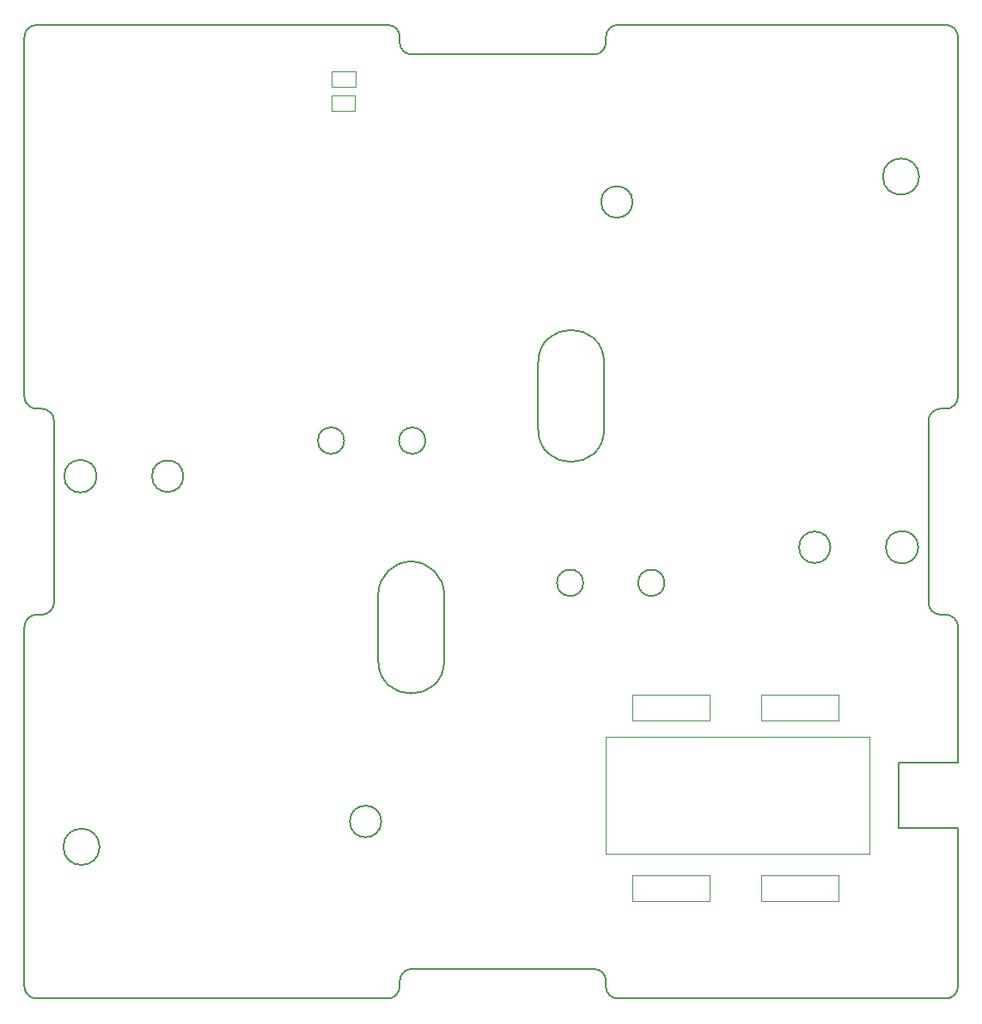
<source format=gbr>
%TF.GenerationSoftware,KiCad,Pcbnew,8.0.8+dfsg-1*%
%TF.CreationDate,2025-07-13T00:35:59+05:30*%
%TF.ProjectId,sanket,73616e6b-6574-42e6-9b69-6361645f7063,4.1*%
%TF.SameCoordinates,Original*%
%TF.FileFunction,Profile,NP*%
%FSLAX46Y46*%
G04 Gerber Fmt 4.6, Leading zero omitted, Abs format (unit mm)*
G04 Created by KiCad (PCBNEW 8.0.8+dfsg-1) date 2025-07-13 00:35:59*
%MOMM*%
%LPD*%
G01*
G04 APERTURE LIST*
%TA.AperFunction,Profile*%
%ADD10C,0.200000*%
%TD*%
%TA.AperFunction,Profile*%
%ADD11C,0.050000*%
%TD*%
G04 APERTURE END LIST*
D10*
X188301100Y-128339600D02*
X188301100Y-143978600D01*
X182470100Y-128339600D02*
X182470100Y-121973600D01*
X188301100Y-128339600D02*
X182470100Y-128339600D01*
X182470100Y-121973600D02*
X188301100Y-121973600D01*
X154806100Y-145178600D02*
G75*
G02*
X153606100Y-143978600I0J1200000D01*
G01*
X96301100Y-108568600D02*
G75*
G02*
X97501100Y-107368600I1200000J0D01*
G01*
D11*
X126615500Y-53841400D02*
X128952300Y-53841400D01*
X128952300Y-55365400D01*
X126615500Y-55365400D01*
X126615500Y-53841400D01*
D10*
X99221100Y-106168600D02*
X99221100Y-88298600D01*
X137670300Y-111886200D02*
G75*
G02*
X131170300Y-111886229I-3250000J0D01*
G01*
X97501100Y-49288600D02*
X132086100Y-49288600D01*
X187101100Y-107368600D02*
G75*
G02*
X188301100Y-108568600I0J-1200000D01*
G01*
X185381100Y-88298600D02*
G75*
G02*
X186581100Y-87098600I1200000J0D01*
G01*
X188301100Y-108568600D02*
X188301100Y-121973600D01*
X97501100Y-145178600D02*
G75*
G02*
X96301100Y-143978600I0J1200000D01*
G01*
X99221100Y-106168600D02*
G75*
G02*
X98021100Y-107368600I-1200000J0D01*
G01*
X134486100Y-52218600D02*
X152406100Y-52218600D01*
X188301100Y-143978600D02*
G75*
G02*
X187101100Y-145178600I-1200000J0D01*
G01*
X131170300Y-105386230D02*
X131170300Y-111886229D01*
X175731100Y-100733600D02*
G75*
G02*
X172631100Y-100733600I-1550000J0D01*
G01*
X172631100Y-100733600D02*
G75*
G02*
X175731100Y-100733600I1550000J0D01*
G01*
X159381100Y-104233600D02*
G75*
G02*
X156781100Y-104233600I-1300000J0D01*
G01*
X156781100Y-104233600D02*
G75*
G02*
X159381100Y-104233600I1300000J0D01*
G01*
X188301100Y-85898600D02*
G75*
G02*
X187101100Y-87098600I-1200000J0D01*
G01*
D11*
X168881100Y-115258600D02*
X176501100Y-115258600D01*
X176501100Y-117798600D01*
X168881100Y-117798600D01*
X168881100Y-115258600D01*
D10*
X133286100Y-143978600D02*
G75*
G02*
X132086100Y-145178600I-1200000J0D01*
G01*
X187101100Y-145178600D02*
X154806100Y-145178600D01*
X151381100Y-104233600D02*
G75*
G02*
X148781100Y-104233600I-1300000J0D01*
G01*
X148781100Y-104233600D02*
G75*
G02*
X151381100Y-104233600I1300000J0D01*
G01*
X98021100Y-87098600D02*
X97501100Y-87098600D01*
X153606100Y-143978600D02*
X153606100Y-143448600D01*
X153431100Y-89083600D02*
G75*
G02*
X146931100Y-89083600I-3250000J0D01*
G01*
X103705300Y-130233600D02*
G75*
G02*
X100135300Y-130233600I-1785000J0D01*
G01*
X100135300Y-130233600D02*
G75*
G02*
X103705300Y-130233600I1785000J0D01*
G01*
X153606100Y-51018600D02*
X153606100Y-50488600D01*
X156231100Y-66733600D02*
G75*
G02*
X153131100Y-66733600I-1550000J0D01*
G01*
X153131100Y-66733600D02*
G75*
G02*
X156231100Y-66733600I1550000J0D01*
G01*
X185381100Y-88298600D02*
X185381100Y-106168600D01*
X153431100Y-89083600D02*
X153431100Y-82583600D01*
D11*
X153551100Y-119398600D02*
X179551100Y-119398600D01*
X179551100Y-130898600D01*
X153551100Y-130898600D01*
X153551100Y-119398600D01*
D10*
X152406100Y-142248600D02*
X134486100Y-142248600D01*
X133286100Y-143448600D02*
G75*
G02*
X134486100Y-142248600I1200000J0D01*
G01*
X132086100Y-49288600D02*
G75*
G02*
X133286100Y-50488600I0J-1200000D01*
G01*
X103420300Y-93733600D02*
G75*
G02*
X100220300Y-93733600I-1600000J0D01*
G01*
X100220300Y-93733600D02*
G75*
G02*
X103420300Y-93733600I1600000J0D01*
G01*
X152406100Y-142248600D02*
G75*
G02*
X153606100Y-143448600I0J-1200000D01*
G01*
D11*
X156181100Y-133038600D02*
X163801100Y-133038600D01*
X163801100Y-135578600D01*
X156181100Y-135578600D01*
X156181100Y-133038600D01*
D10*
X184466100Y-64233600D02*
G75*
G02*
X180896100Y-64233600I-1785000J0D01*
G01*
X180896100Y-64233600D02*
G75*
G02*
X184466100Y-64233600I1785000J0D01*
G01*
X187101100Y-87098600D02*
X186581100Y-87098600D01*
X97501100Y-87098600D02*
G75*
G02*
X96301100Y-85898600I0J1200000D01*
G01*
X133286100Y-143448600D02*
X133286100Y-143978600D01*
X153606100Y-51018600D02*
G75*
G02*
X152406100Y-52218600I-1200000J0D01*
G01*
X111970300Y-93733600D02*
G75*
G02*
X108870300Y-93733600I-1550000J0D01*
G01*
X108870300Y-93733600D02*
G75*
G02*
X111970300Y-93733600I1550000J0D01*
G01*
X135820300Y-90233600D02*
G75*
G02*
X133220300Y-90233600I-1300000J0D01*
G01*
X133220300Y-90233600D02*
G75*
G02*
X135820300Y-90233600I1300000J0D01*
G01*
X137670300Y-111886200D02*
X137670300Y-105386230D01*
X146931100Y-82583600D02*
G75*
G02*
X153431100Y-82583600I3250000J0D01*
G01*
X127820300Y-90233600D02*
G75*
G02*
X125220300Y-90233600I-1300000J0D01*
G01*
X125220300Y-90233600D02*
G75*
G02*
X127820300Y-90233600I1300000J0D01*
G01*
X186581100Y-107368600D02*
X187101100Y-107368600D01*
X146931100Y-82583600D02*
X146931100Y-89083600D01*
X131170300Y-105386230D02*
G75*
G02*
X137670300Y-105386230I3250000J1D01*
G01*
X188301100Y-50488600D02*
X188301100Y-85898600D01*
D11*
X126564700Y-56279800D02*
X128901500Y-56279800D01*
X128901500Y-57803800D01*
X126564700Y-57803800D01*
X126564700Y-56279800D01*
D10*
X98021100Y-87098600D02*
G75*
G02*
X99221100Y-88298600I0J-1200000D01*
G01*
X153606100Y-50488600D02*
G75*
G02*
X154806100Y-49288600I1200000J0D01*
G01*
X184381100Y-100733600D02*
G75*
G02*
X181181100Y-100733600I-1600000J0D01*
G01*
X181181100Y-100733600D02*
G75*
G02*
X184381100Y-100733600I1600000J0D01*
G01*
X134486100Y-52218600D02*
G75*
G02*
X133286100Y-51018600I0J1200000D01*
G01*
X131470300Y-127733600D02*
G75*
G02*
X128370300Y-127733600I-1550000J0D01*
G01*
X128370300Y-127733600D02*
G75*
G02*
X131470300Y-127733600I1550000J0D01*
G01*
X96301100Y-143978600D02*
X96301100Y-108568600D01*
X187101100Y-49288600D02*
G75*
G02*
X188301100Y-50488600I0J-1200000D01*
G01*
D11*
X168881100Y-133038600D02*
X176501100Y-133038600D01*
X176501100Y-135578600D01*
X168881100Y-135578600D01*
X168881100Y-133038600D01*
D10*
X96301100Y-85898600D02*
X96301100Y-50488600D01*
X186581100Y-107368600D02*
G75*
G02*
X185381100Y-106168600I0J1200000D01*
G01*
D11*
X156181100Y-115258600D02*
X163801100Y-115258600D01*
X163801100Y-117798600D01*
X156181100Y-117798600D01*
X156181100Y-115258600D01*
D10*
X97501100Y-107368600D02*
X98021100Y-107368600D01*
X96301100Y-50488600D02*
G75*
G02*
X97501100Y-49288600I1200000J0D01*
G01*
X154806100Y-49288600D02*
X187101100Y-49288600D01*
X133286100Y-50488600D02*
X133286100Y-51018600D01*
X132086100Y-145178600D02*
X97501100Y-145178600D01*
M02*

</source>
